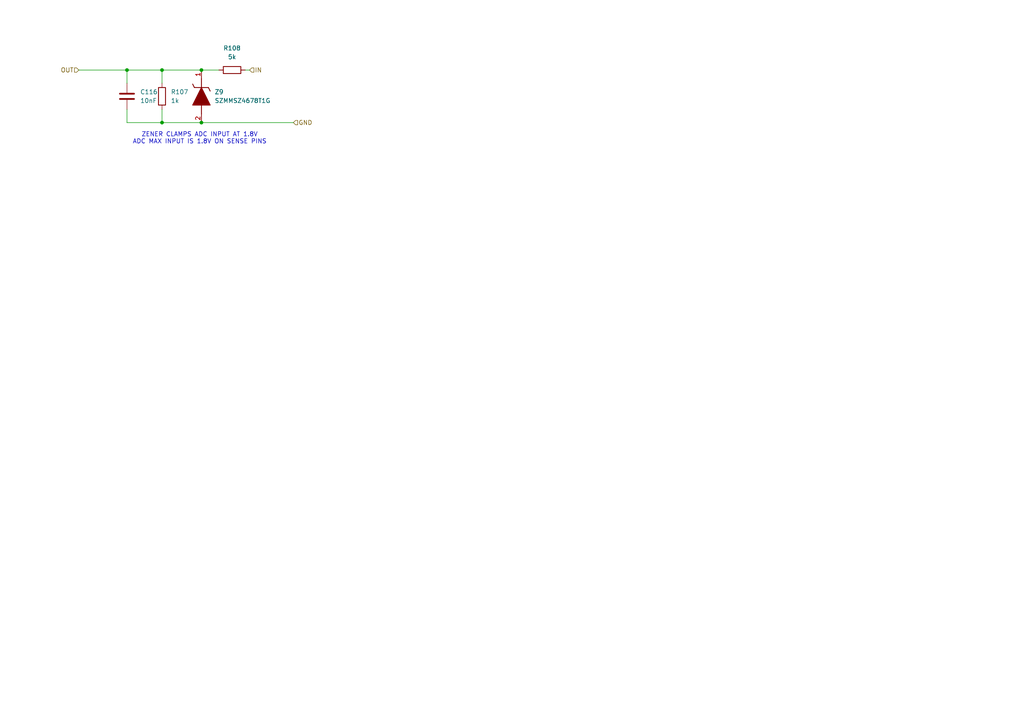
<source format=kicad_sch>
(kicad_sch (version 20250114) (generator "eeschema") (generator_version "9.0")
  (paper "A4")
  (lib_symbols
    (symbol "Device:C" (pin_numbers (hide yes)) (pin_names (offset 0.254))
      (property "Reference" "C" (at 0.635 2.54 0))
      (property "Value" "C" (at 0.635 -2.54 0))
      (symbol "C_0_1"
        (polyline (pts (xy -2.032 0.762) (xy 2.032 0.762)) (stroke (width 0.508)))
        (polyline (pts (xy -2.032 -0.762) (xy 2.032 -0.762)) (stroke (width 0.508)))
      )
      (symbol "C_1_1"
        (pin passive line (at 0 3.81 270) (length 2.794) (name "~") (number "1"))
        (pin passive line (at 0 -3.81 90) (length 2.794) (name "~") (number "2"))
      )
    )
    (symbol "Device:R" (pin_numbers (hide yes)) (pin_names (offset 0))
      (property "Reference" "R" (at 2.032 0 90))
      (property "Value" "R" (at 0 0 90))
      (symbol "R_0_1"
        (rectangle (start -1.016 -2.54) (end 1.016 2.54) (stroke (width 0.254)))
      )
      (symbol "R_1_1"
        (pin passive line (at 0 3.81 270) (length 1.27) (name "~") (number "1"))
        (pin passive line (at 0 -3.81 90) (length 1.27) (name "~") (number "2"))
      )
    )
    (symbol "InverterCom:SZMMSZ4678T1G" (pin_names (hide yes))
      (property "Reference" "Z" (at 10.16 8.89 0))
      (property "Value" "SZMMSZ4678T1G" (at 10.16 6.35 0))
      (symbol "SZMMSZ4678T1G_1_1"
        (polyline (pts (xy 2.54 0) (xy 5.08 0)) (stroke (width 0.254)))
        (polyline (pts (xy 4.064 -2.54) (xy 5.08 -2.032)) (stroke (width 0.254)))
        (polyline (pts (xy 5.08 2.032) (xy 5.08 -2.032)) (stroke (width 0.254)))
        (polyline (pts (xy 5.08 2.032) (xy 6.096 2.54)) (stroke (width 0.254)))
        (polyline (pts (xy 5.08 0) (xy 10.16 2.54) (xy 10.16 -2.54) (xy 5.08 0)) (stroke (width 0.254)) (fill (type outline)))
        (polyline (pts (xy 12.7 0) (xy 10.16 0)) (stroke (width 0.254)))
        (pin passive line (at 0 0 0) (length 2.54) (name "K") (number "1"))
        (pin passive line (at 15.24 0 180) (length 2.54) (name "A") (number "2"))
      )
    )
  )
  (text "ZENER CLAMPS ADC INPUT AT 1.8V\nADC MAX INPUT IS 1.8V ON SENSE PINS" (at 57.912 40.132 0) (effects (font (size 1.27 1.27))))
  (junction (at 36.83 20.32))
  (junction (at 58.42 35.56))
  (junction (at 46.99 35.56))
  (junction (at 58.42 20.32))
  (junction (at 46.99 20.32))
  (wire (pts (xy 46.99 35.56) (xy 58.42 35.56)))
  (wire (pts (xy 36.83 20.32) (xy 36.83 24.13)))
  (wire (pts (xy 46.99 35.56) (xy 36.83 35.56)))
  (wire (pts (xy 58.42 20.32) (xy 63.5 20.32)))
  (wire (pts (xy 46.99 20.32) (xy 46.99 24.13)))
  (wire (pts (xy 71.12 20.32) (xy 72.39 20.32)))
  (wire (pts (xy 46.99 20.32) (xy 58.42 20.32)))
  (wire (pts (xy 36.83 35.56) (xy 36.83 31.75)))
  (wire (pts (xy 58.42 35.56) (xy 85.09 35.56)))
  (wire (pts (xy 36.83 20.32) (xy 46.99 20.32)))
  (wire (pts (xy 46.99 31.75) (xy 46.99 35.56)))
  (wire (pts (xy 22.86 20.32) (xy 36.83 20.32)))
  (hierarchical_label "GND" (shape input) (at 85.09 35.56 0))
  (hierarchical_label "OUT" (shape input) (at 22.86 20.32 180))
  (hierarchical_label "IN" (shape input) (at 72.39 20.32 0))
  (symbol (lib_id "InverterCom:SZMMSZ4678T1G") (at 58.42 20.32 270) (unit 1)
    (property "Reference" "Z9" (at 62.23 26.6699 90) (effects (justify left)))
    (property "Value" "SZMMSZ4678T1G" (at 62.23 29.2099 90) (effects (justify left)))
    (property "Footprint" "InverterCom:SOD3716X135N" (effects (hide yes)))
    (property "Datasheet" "https://www.onsemi.com/pub/Collateral/MMSZ4678T1-D.PDF" (effects (hide yes)))
    (property "Description" "500 mW Rating on FR-4 or FR-5 Board; Wide Zener Reverse Voltage Range - 1.8 V to 43 V; Package Designed for Optimal Automated Board Assembly; Small Package Size for High Density Applications; ESD Rating of Class 3 (exceeding 16 kV) per the Human Body Model Mechanical Characteristics:; CASE: Void-free, transfer-molded, thermosetting plastic case; FINISH: Corrosion resistant finish, easily solderable; MAXIMUM CASE TEMPERATURE FOR SOLDERING PURPOSES: 260?C for 10 Seconds; POLARITY: Cathode indicated by polarit" (effects (hide yes)))
    (property "Height" "1.35" (effects (hide yes)))
    (property "Mouser Part Number" "863-SZMMSZ4678T1G" (effects (hide yes)))
    (property "Mouser Price/Stock" "https://www.mouser.co.uk/ProductDetail/onsemi/SZMMSZ4678T1G?qs=PJJcWtbOkNWoCp4u9L439w%3D%3D" (effects (hide yes)))
    (property "Manufacturer_Name" "onsemi" (effects (hide yes)))
    (property "Manufacturer_Part_Number" "SZMMSZ4678T1G" (effects (hide yes)))
    (instances (project "ControlBoard" (path "" (reference "Z9") (unit 1)) (path "" (reference "Z12") (unit 1)) (path "" (reference "Z13") (unit 1)) (path "" (reference "Z16") (unit 1)) (path "" (reference "Z11") (unit 1)) (path "" (reference "Z15") (unit 1)) (path "" (reference "Z10") (unit 1)) (path "" (reference "Z14") (unit 1))))
  )
  (symbol (lib_id "Device:R") (at 67.31 20.32 90) (unit 1)
    (property "Reference" "R108" (at 67.31 13.97 90))
    (property "Value" "5k" (at 67.31 16.51 90))
    (property "Footprint" "Resistor_SMD:R_1210_3225Metric_Pad1.30x2.65mm_HandSolder" (effects (hide yes)))
    (property "Description" "Resistor" (effects (hide yes)))
    (instances (project "ControlBoard" (path "" (reference "R108") (unit 1)) (path "" (reference "R114") (unit 1)) (path "" (reference "R116") (unit 1)) (path "" (reference "R122") (unit 1)) (path "" (reference "R112") (unit 1)) (path "" (reference "R120") (unit 1)) (path "" (reference "R110") (unit 1)) (path "" (reference "R118") (unit 1))))
  )
  (symbol (lib_id "Device:R") (at 46.99 27.94 0) (unit 1)
    (property "Reference" "R107" (at 49.53 26.6699 0) (effects (justify left)))
    (property "Value" "1k" (at 49.53 29.2099 0) (effects (justify left)))
    (property "Footprint" "Resistor_SMD:R_1210_3225Metric_Pad1.30x2.65mm_HandSolder" (effects (hide yes)))
    (property "Description" "Resistor" (effects (hide yes)))
    (instances (project "ControlBoard" (path "" (reference "R107") (unit 1)) (path "" (reference "R113") (unit 1)) (path "" (reference "R115") (unit 1)) (path "" (reference "R121") (unit 1)) (path "" (reference "R111") (unit 1)) (path "" (reference "R119") (unit 1)) (path "" (reference "R109") (unit 1)) (path "" (reference "R117") (unit 1))))
  )
  (symbol (lib_id "Device:C") (at 36.83 27.94 0) (unit 1)
    (property "Reference" "C116" (at 40.64 26.6699 0) (effects (justify left)))
    (property "Value" "10nF" (at 40.64 29.21 0) (effects (justify left)))
    (property "Footprint" "Capacitor_SMD:C_1210_3225Metric_Pad1.33x2.70mm_HandSolder" (effects (hide yes)))
    (property "Description" "Unpolarized capacitor" (effects (hide yes)))
    (instances (project "ControlBoard" (path "" (reference "C116") (unit 1)) (path "" (reference "C119") (unit 1)) (path "" (reference "C120") (unit 1)) (path "" (reference "C123") (unit 1)) (path "" (reference "C118") (unit 1)) (path "" (reference "C122") (unit 1)) (path "" (reference "C117") (unit 1)) (path "" (reference "C121") (unit 1))))
  )
)
</source>
